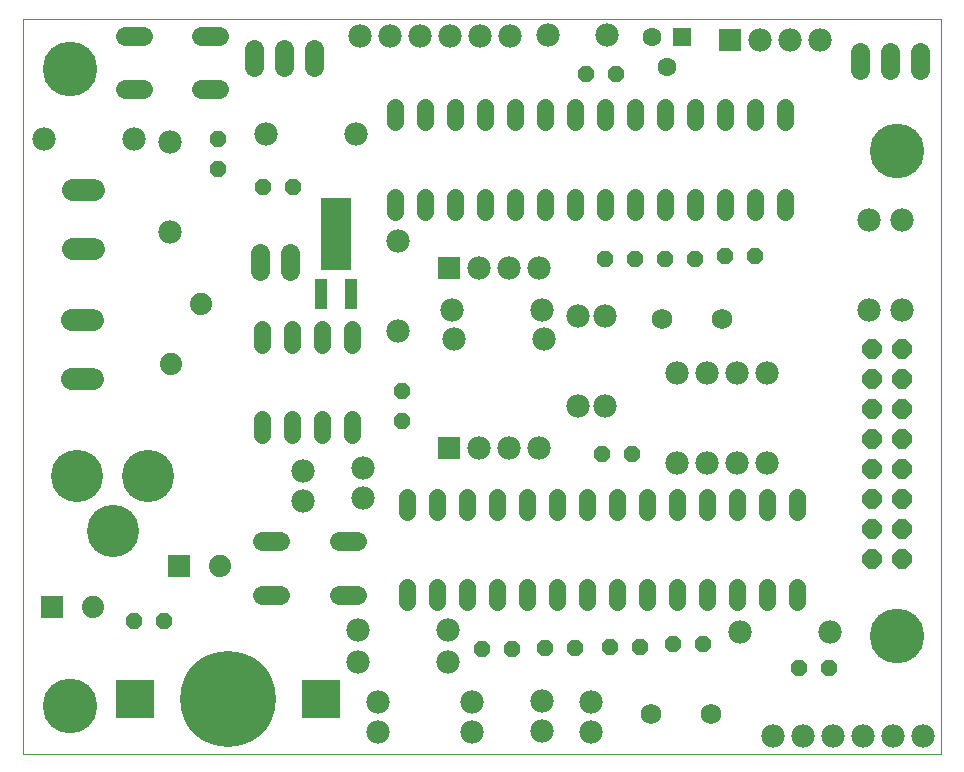
<source format=gts>
G75*
%MOIN*%
%OFA0B0*%
%FSLAX25Y25*%
%IPPOS*%
%LPD*%
%AMOC8*
5,1,8,0,0,1.08239X$1,22.5*
%
%ADD10C,0.00000*%
%ADD11OC8,0.05600*%
%ADD12C,0.07800*%
%ADD13OC8,0.06400*%
%ADD14C,0.17400*%
%ADD15C,0.06400*%
%ADD16C,0.05600*%
%ADD17C,0.06900*%
%ADD18C,0.07450*%
%ADD19R,0.06300X0.06300*%
%ADD20C,0.06300*%
%ADD21C,0.31896*%
%ADD22R,0.12900X0.12900*%
%ADD23R,0.04337X0.10243*%
%ADD24R,0.10243X0.24022*%
%ADD25R,0.07800X0.07800*%
%ADD26C,0.07400*%
%ADD27R,0.07400X0.07400*%
%ADD28C,0.06337*%
%ADD29C,0.18180*%
D10*
X0017181Y0006628D02*
X0017181Y0251628D01*
X0323181Y0251628D01*
X0323181Y0006628D01*
X0017181Y0006628D01*
D11*
X0054063Y0050982D03*
X0064063Y0050982D03*
X0143528Y0117652D03*
X0143528Y0127652D03*
X0210181Y0106628D03*
X0220181Y0106628D03*
X0233981Y0043228D03*
X0243981Y0043228D03*
X0222981Y0042228D03*
X0212981Y0042228D03*
X0201281Y0041928D03*
X0191281Y0041928D03*
X0180181Y0041628D03*
X0170181Y0041628D03*
X0275981Y0035228D03*
X0285981Y0035228D03*
X0241181Y0171628D03*
X0231181Y0171628D03*
X0221181Y0171628D03*
X0211181Y0171628D03*
X0251181Y0172628D03*
X0261181Y0172628D03*
X0214881Y0233128D03*
X0204881Y0233128D03*
X0107181Y0195628D03*
X0097181Y0195628D03*
X0082181Y0201628D03*
X0082181Y0211628D03*
D12*
X0098124Y0213203D03*
X0128124Y0213203D03*
X0129378Y0245778D03*
X0139378Y0245778D03*
X0149378Y0245778D03*
X0159378Y0245778D03*
X0169378Y0245778D03*
X0179378Y0245778D03*
X0192291Y0246202D03*
X0211976Y0246202D03*
X0262781Y0244628D03*
X0272781Y0244628D03*
X0282781Y0244628D03*
X0299181Y0184628D03*
X0310181Y0184628D03*
X0310181Y0154628D03*
X0299181Y0154628D03*
X0265181Y0133628D03*
X0255181Y0133628D03*
X0245181Y0133628D03*
X0235181Y0133628D03*
X0211181Y0122628D03*
X0202181Y0122628D03*
X0189181Y0108628D03*
X0179181Y0108628D03*
X0169181Y0108628D03*
X0130477Y0101933D03*
X0130477Y0091933D03*
X0110469Y0090965D03*
X0110469Y0100965D03*
X0160717Y0144778D03*
X0160205Y0154628D03*
X0169181Y0168628D03*
X0179181Y0168628D03*
X0189181Y0168628D03*
X0190205Y0154628D03*
X0190717Y0144778D03*
X0202181Y0152628D03*
X0211181Y0152628D03*
X0235181Y0103628D03*
X0245181Y0103628D03*
X0255181Y0103628D03*
X0265181Y0103628D03*
X0256299Y0047250D03*
X0286299Y0047250D03*
X0287181Y0012628D03*
X0277181Y0012628D03*
X0267181Y0012628D03*
X0297181Y0012628D03*
X0307181Y0012628D03*
X0317181Y0012628D03*
X0206369Y0013948D03*
X0206369Y0023948D03*
X0190083Y0024019D03*
X0190083Y0014019D03*
X0167000Y0013746D03*
X0167000Y0023746D03*
X0158717Y0037187D03*
X0158764Y0047990D03*
X0128764Y0047990D03*
X0128717Y0037187D03*
X0135362Y0023778D03*
X0135362Y0013778D03*
X0142181Y0147628D03*
X0142181Y0177628D03*
X0066181Y0180628D03*
X0066181Y0210628D03*
X0054181Y0211628D03*
X0024181Y0211628D03*
D13*
X0300181Y0141628D03*
X0310181Y0141628D03*
X0310181Y0131628D03*
X0300181Y0131628D03*
X0300181Y0121628D03*
X0300181Y0111628D03*
X0310181Y0111628D03*
X0310181Y0121628D03*
X0310181Y0101628D03*
X0300181Y0101628D03*
X0300181Y0091628D03*
X0310181Y0091628D03*
X0310181Y0081628D03*
X0300181Y0081628D03*
X0300181Y0071628D03*
X0310181Y0071628D03*
D14*
X0058937Y0099219D03*
X0047126Y0080715D03*
X0035315Y0099219D03*
D15*
X0096909Y0077434D02*
X0102909Y0077434D01*
X0122509Y0077434D02*
X0128509Y0077434D01*
X0128509Y0059634D02*
X0122509Y0059634D01*
X0102909Y0059634D02*
X0096909Y0059634D01*
X0082666Y0228090D02*
X0076666Y0228090D01*
X0057066Y0228090D02*
X0051066Y0228090D01*
X0051066Y0245890D02*
X0057066Y0245890D01*
X0076666Y0245890D02*
X0082666Y0245890D01*
D16*
X0141181Y0222228D02*
X0141181Y0217028D01*
X0151181Y0217028D02*
X0151181Y0222228D01*
X0161181Y0222228D02*
X0161181Y0217028D01*
X0171181Y0217028D02*
X0171181Y0222228D01*
X0181181Y0222228D02*
X0181181Y0217028D01*
X0191181Y0217028D02*
X0191181Y0222228D01*
X0201181Y0222228D02*
X0201181Y0217028D01*
X0211181Y0217028D02*
X0211181Y0222228D01*
X0221181Y0222228D02*
X0221181Y0217028D01*
X0231181Y0217028D02*
X0231181Y0222228D01*
X0241181Y0222228D02*
X0241181Y0217028D01*
X0251181Y0217028D02*
X0251181Y0222228D01*
X0261181Y0222228D02*
X0261181Y0217028D01*
X0271181Y0217028D02*
X0271181Y0222228D01*
X0271181Y0192228D02*
X0271181Y0187028D01*
X0261181Y0187028D02*
X0261181Y0192228D01*
X0251181Y0192228D02*
X0251181Y0187028D01*
X0241181Y0187028D02*
X0241181Y0192228D01*
X0231181Y0192228D02*
X0231181Y0187028D01*
X0221181Y0187028D02*
X0221181Y0192228D01*
X0211181Y0192228D02*
X0211181Y0187028D01*
X0201181Y0187028D02*
X0201181Y0192228D01*
X0191181Y0192228D02*
X0191181Y0187028D01*
X0181181Y0187028D02*
X0181181Y0192228D01*
X0171181Y0192228D02*
X0171181Y0187028D01*
X0161181Y0187028D02*
X0161181Y0192228D01*
X0151181Y0192228D02*
X0151181Y0187028D01*
X0141181Y0187028D02*
X0141181Y0192228D01*
X0126803Y0148063D02*
X0126803Y0142863D01*
X0116803Y0142863D02*
X0116803Y0148063D01*
X0106803Y0148063D02*
X0106803Y0142863D01*
X0096803Y0142863D02*
X0096803Y0148063D01*
X0096803Y0118063D02*
X0096803Y0112863D01*
X0106803Y0112863D02*
X0106803Y0118063D01*
X0116803Y0118063D02*
X0116803Y0112863D01*
X0126803Y0112863D02*
X0126803Y0118063D01*
X0145181Y0092228D02*
X0145181Y0087028D01*
X0155181Y0087028D02*
X0155181Y0092228D01*
X0165181Y0092228D02*
X0165181Y0087028D01*
X0175181Y0087028D02*
X0175181Y0092228D01*
X0185181Y0092228D02*
X0185181Y0087028D01*
X0195181Y0087028D02*
X0195181Y0092228D01*
X0205181Y0092228D02*
X0205181Y0087028D01*
X0215181Y0087028D02*
X0215181Y0092228D01*
X0225181Y0092228D02*
X0225181Y0087028D01*
X0235181Y0087028D02*
X0235181Y0092228D01*
X0245181Y0092228D02*
X0245181Y0087028D01*
X0255181Y0087028D02*
X0255181Y0092228D01*
X0265181Y0092228D02*
X0265181Y0087028D01*
X0275181Y0087028D02*
X0275181Y0092228D01*
X0275181Y0062228D02*
X0275181Y0057028D01*
X0265181Y0057028D02*
X0265181Y0062228D01*
X0255181Y0062228D02*
X0255181Y0057028D01*
X0245181Y0057028D02*
X0245181Y0062228D01*
X0235181Y0062228D02*
X0235181Y0057028D01*
X0225181Y0057028D02*
X0225181Y0062228D01*
X0215181Y0062228D02*
X0215181Y0057028D01*
X0205181Y0057028D02*
X0205181Y0062228D01*
X0195181Y0062228D02*
X0195181Y0057028D01*
X0185181Y0057028D02*
X0185181Y0062228D01*
X0175181Y0062228D02*
X0175181Y0057028D01*
X0165181Y0057028D02*
X0165181Y0062228D01*
X0155181Y0062228D02*
X0155181Y0057028D01*
X0145181Y0057028D02*
X0145181Y0062228D01*
D17*
X0226481Y0019828D03*
X0246481Y0019828D03*
X0250181Y0151628D03*
X0230181Y0151628D03*
D18*
X0040556Y0151037D02*
X0033506Y0151037D01*
X0033506Y0131352D02*
X0040556Y0131352D01*
X0040950Y0174778D02*
X0033900Y0174778D01*
X0033900Y0194463D02*
X0040950Y0194463D01*
D19*
X0236715Y0245427D03*
D20*
X0226715Y0245427D03*
X0231715Y0235427D03*
D21*
X0085435Y0024872D03*
D22*
X0116435Y0024872D03*
X0054435Y0024872D03*
D23*
X0116585Y0159822D03*
X0126585Y0159822D03*
D24*
X0121585Y0179822D03*
D25*
X0159181Y0168628D03*
X0159181Y0108628D03*
X0252781Y0244628D03*
D26*
X0076661Y0156384D03*
X0066661Y0136384D03*
X0083005Y0069261D03*
X0040550Y0055659D03*
D27*
X0026770Y0055659D03*
X0069225Y0069261D03*
D28*
X0096181Y0167659D02*
X0096181Y0173596D01*
X0106181Y0173596D02*
X0106181Y0167659D01*
X0104181Y0235659D02*
X0104181Y0241596D01*
X0094181Y0241596D02*
X0094181Y0235659D01*
X0114181Y0235659D02*
X0114181Y0241596D01*
X0296181Y0240596D02*
X0296181Y0234659D01*
X0306181Y0234659D02*
X0306181Y0240596D01*
X0316181Y0240596D02*
X0316181Y0234659D01*
D29*
X0308520Y0207415D03*
X0308520Y0045998D03*
X0032929Y0022376D03*
X0032929Y0234974D03*
M02*

</source>
